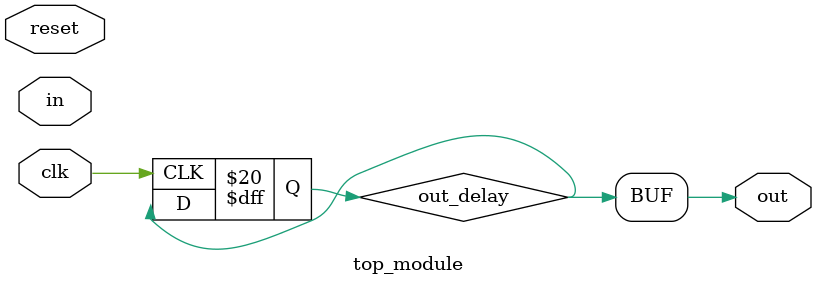
<source format=sv>
module top_module (
  input clk,
  input in,
  input reset,
  output out
);

  reg [1:0] state;
  always @(posedge clk or posedge reset) begin
    if (reset)
      state <= 2'b00; // Reset to state A
    else begin
      case (state)
        2'b00: begin // State A
          if (in)
            state <= 2'b01; // Change to state B
          else
            state <= 2'b00; // Remain in state A
        end

        2'b01: begin // State B
          if (in)
            state <= 2'b01; // Remain in state B
          else
            state <= 2'b10; // Change to state C
        end

        2'b10: begin // State C
          if (in)
            state <= 2'b11; // Change to state D
          else
            state <= 2'b00; // Change to state A
        end

        2'b11: begin // State D
          if (in)
            state <= 2'b01; // Change to state B
          else
            state <= 2'b10; // Change to state C
        end
      endcase
    end
  end

  // Delay the output by one clock cycle
  reg out_delay;
  always @(posedge clk) begin
    out_delay <= out;
  end

  assign out = out_delay; // Output is 1 clock cycle delayed

endmodule

</source>
